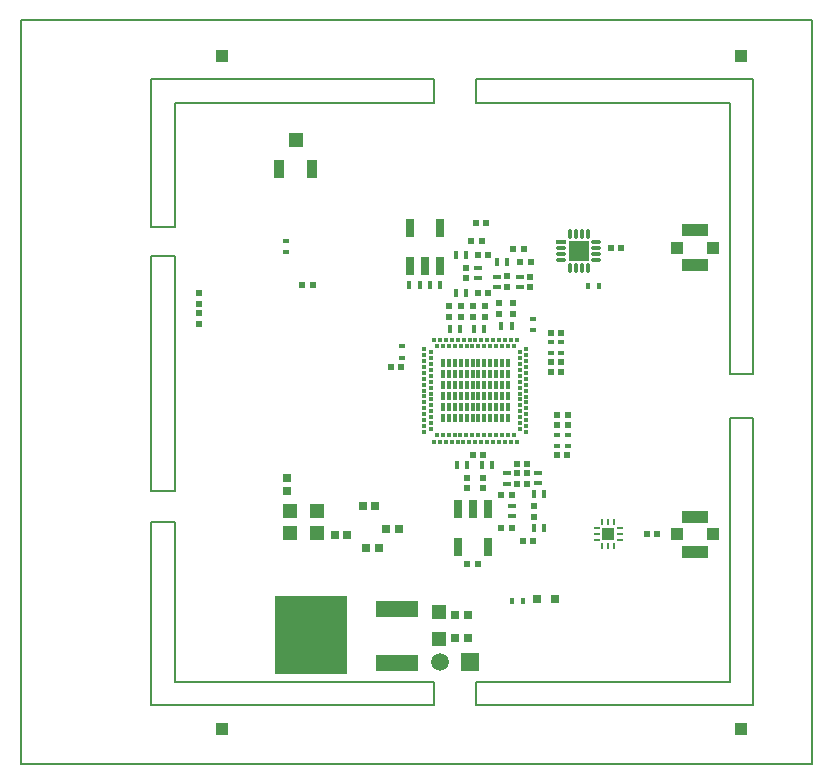
<source format=gtp>
G04 (created by PCBNEW (2013-05-31 BZR 4019)-stable) date 11/04/2014 15:09:40*
%MOIN*%
G04 Gerber Fmt 3.4, Leading zero omitted, Abs format*
%FSLAX34Y34*%
G01*
G70*
G90*
G04 APERTURE LIST*
%ADD10C,0.00590551*%
%ADD11C,0.0077*%
%ADD12R,0.0392X0.0392*%
%ADD13R,0.0472X0.051*%
%ADD14R,0.051X0.0472*%
%ADD15R,0.0195X0.0175*%
%ADD16R,0.0175X0.0195*%
%ADD17R,0.0259X0.014*%
%ADD18R,0.014X0.0259*%
%ADD19R,0.0275X0.0314*%
%ADD20R,0.0314X0.0275*%
%ADD21R,0.0195X0.0195*%
%ADD22R,0.1417X0.055*%
%ADD23R,0.244X0.2598*%
%ADD24R,0.0314X0.0314*%
%ADD25R,0.0597X0.0597*%
%ADD26C,0.0597*%
%ADD27R,0.0299X0.0649*%
%ADD28R,0.0669X0.0669*%
%ADD29O,0.0117X0.0335*%
%ADD30O,0.0122X0.0335*%
%ADD31O,0.0118X0.0335*%
%ADD32O,0.0335X0.0118*%
%ADD33R,0.0335X0.0118*%
%ADD34O,0.0335X0.0122*%
%ADD35R,0.00984252X0.0216535*%
%ADD36R,0.0216535X0.00984252*%
%ADD37R,0.0433071X0.0433071*%
%ADD38R,0.0117X0.0275*%
%ADD39R,0.0117X0.0117*%
%ADD40R,0.0117X0.0177*%
%ADD41R,0.0177X0.0117*%
%ADD42R,0.0511811X0.0511811*%
%ADD43R,0.0354331X0.0629921*%
%ADD44R,0.0393701X0.0393701*%
%ADD45R,0.0866142X0.0413386*%
G04 APERTURE END LIST*
G54D10*
G54D11*
X42606Y-52483D02*
X42606Y-27680D01*
X68983Y-52483D02*
X42606Y-52483D01*
X68983Y-27680D02*
X68983Y-52483D01*
X42606Y-27680D02*
X68983Y-27680D01*
X66228Y-30437D02*
X66228Y-39492D01*
X57764Y-30437D02*
X66228Y-30437D01*
X57764Y-29650D02*
X57764Y-30437D01*
X67016Y-29650D02*
X57764Y-29650D01*
X67016Y-39492D02*
X67016Y-29650D01*
X66228Y-39492D02*
X67016Y-39492D01*
X57764Y-50515D02*
X57764Y-49728D01*
X67016Y-50515D02*
X57764Y-50515D01*
X67016Y-40948D02*
X67016Y-50515D01*
X66228Y-40948D02*
X67016Y-40948D01*
X66228Y-49728D02*
X66228Y-40948D01*
X57764Y-49728D02*
X66228Y-49728D01*
X46936Y-50515D02*
X46936Y-44413D01*
X56386Y-50515D02*
X46936Y-50515D01*
X56386Y-49728D02*
X56386Y-50515D01*
X47724Y-49728D02*
X56386Y-49728D01*
X47724Y-44413D02*
X47724Y-49728D01*
X46936Y-44413D02*
X47724Y-44413D01*
X46936Y-43390D02*
X46936Y-35555D01*
X47724Y-43390D02*
X46936Y-43390D01*
X47724Y-35555D02*
X47724Y-43390D01*
X46936Y-35555D02*
X47724Y-35555D01*
X47724Y-30437D02*
X47724Y-34570D01*
X46936Y-34570D02*
X47724Y-34570D01*
X46936Y-29648D02*
X46936Y-34570D01*
X46936Y-29648D02*
X56384Y-29648D01*
X56384Y-29648D02*
X56384Y-30437D01*
X47724Y-30437D02*
X56384Y-30437D01*
G54D12*
X49299Y-51303D03*
X49299Y-51303D03*
X66622Y-51303D03*
X66622Y-51303D03*
X66621Y-28862D03*
X66621Y-28862D03*
G54D13*
X56532Y-48310D03*
X56532Y-47406D03*
G54D14*
X51568Y-44036D03*
X52472Y-44036D03*
X51568Y-44772D03*
X52472Y-44772D03*
G54D15*
X51445Y-35036D03*
X51445Y-35406D03*
G54D16*
X61870Y-36559D03*
X61500Y-36559D03*
G54D15*
X60461Y-41890D03*
X60461Y-41520D03*
X55299Y-38559D03*
X55299Y-38929D03*
X60827Y-41504D03*
X60827Y-41874D03*
X60618Y-38784D03*
X60618Y-38414D03*
X60264Y-38402D03*
X60264Y-38772D03*
X59665Y-38024D03*
X59665Y-37654D03*
G54D17*
X58799Y-43133D03*
X58799Y-42793D03*
X57825Y-35952D03*
X57825Y-36292D03*
X59843Y-43123D03*
X59843Y-42783D03*
G54D18*
X58800Y-35740D03*
X58460Y-35740D03*
X57442Y-36787D03*
X57102Y-36787D03*
G54D17*
X58472Y-36568D03*
X58472Y-36228D03*
G54D18*
X57434Y-35512D03*
X57094Y-35512D03*
X58957Y-37870D03*
X58617Y-37870D03*
G54D17*
X59252Y-36247D03*
X59252Y-36587D03*
G54D18*
X58296Y-42520D03*
X57956Y-42520D03*
X57123Y-42500D03*
X57463Y-42500D03*
X59692Y-44606D03*
X60032Y-44606D03*
G54D17*
X58976Y-44225D03*
X58976Y-43885D03*
G54D18*
X59692Y-43484D03*
X60032Y-43484D03*
X57237Y-37984D03*
X56897Y-37984D03*
X56568Y-36500D03*
X56228Y-36500D03*
X55550Y-36496D03*
X55890Y-36496D03*
X58044Y-37992D03*
X57704Y-37992D03*
G54D19*
X57078Y-47500D03*
X57508Y-47500D03*
X57088Y-48284D03*
X57518Y-48284D03*
X54542Y-45276D03*
X54112Y-45276D03*
G54D20*
X51469Y-43372D03*
X51469Y-42943D03*
G54D19*
X53057Y-44851D03*
X53487Y-44851D03*
X55215Y-44638D03*
X54785Y-44638D03*
X53990Y-43882D03*
X54420Y-43882D03*
G54D21*
X59016Y-35305D03*
X59370Y-35305D03*
X59327Y-45031D03*
X59681Y-45031D03*
X58976Y-44606D03*
X58622Y-44606D03*
X59693Y-43878D03*
X59693Y-44232D03*
X58976Y-43504D03*
X58622Y-43504D03*
X59124Y-42776D03*
X59124Y-43130D03*
X59488Y-42776D03*
X59488Y-43130D03*
X59130Y-42477D03*
X59484Y-42477D03*
X59577Y-36584D03*
X59577Y-36230D03*
X57469Y-45799D03*
X57823Y-45799D03*
X57622Y-35059D03*
X57976Y-35059D03*
X58004Y-42933D03*
X58004Y-43287D03*
X57461Y-42933D03*
X57461Y-43287D03*
X57667Y-42165D03*
X58021Y-42165D03*
X59012Y-37480D03*
X59012Y-37126D03*
X59248Y-35744D03*
X59602Y-35744D03*
X58799Y-36575D03*
X58799Y-36221D03*
X57441Y-36289D03*
X57441Y-35935D03*
X51976Y-36496D03*
X52330Y-36496D03*
X57825Y-35522D03*
X58179Y-35522D03*
X58071Y-37579D03*
X58071Y-37225D03*
X57677Y-37579D03*
X57677Y-37225D03*
X57260Y-37575D03*
X57260Y-37221D03*
X57825Y-36781D03*
X58179Y-36781D03*
X57764Y-34433D03*
X58118Y-34433D03*
X56874Y-37567D03*
X56874Y-37213D03*
X58547Y-37480D03*
X58547Y-37126D03*
X62260Y-35279D03*
X62614Y-35279D03*
X48532Y-37130D03*
X48532Y-36776D03*
X48532Y-37457D03*
X48532Y-37811D03*
X60264Y-38110D03*
X60618Y-38110D03*
X60268Y-39083D03*
X60622Y-39083D03*
X60264Y-39406D03*
X60618Y-39406D03*
X60473Y-40831D03*
X60827Y-40831D03*
X60461Y-42173D03*
X60815Y-42173D03*
X55283Y-39252D03*
X54929Y-39252D03*
X60481Y-41173D03*
X60835Y-41173D03*
G54D22*
X55145Y-49107D03*
G54D23*
X52271Y-48173D03*
G54D22*
X55145Y-47309D03*
G54D16*
X59347Y-47051D03*
X58977Y-47051D03*
G54D24*
X60421Y-46992D03*
X59791Y-46992D03*
G54D12*
X49299Y-28862D03*
X49299Y-28862D03*
G54D25*
X57576Y-49079D03*
G54D26*
X56576Y-49079D03*
G54D27*
X57164Y-43981D03*
X57664Y-43981D03*
X58164Y-43981D03*
X58164Y-45232D03*
X57164Y-45232D03*
G54D28*
X61200Y-35379D03*
G54D29*
X61298Y-34799D03*
G54D30*
X61102Y-34799D03*
G54D29*
X60905Y-34799D03*
G54D30*
X61495Y-34799D03*
X61102Y-35959D03*
G54D31*
X60905Y-35960D03*
X61298Y-35960D03*
X61495Y-35960D03*
G54D32*
X60619Y-35281D03*
G54D33*
X60619Y-35084D03*
G54D32*
X60619Y-35477D03*
X60619Y-35674D03*
G54D34*
X61780Y-35281D03*
G54D32*
X61781Y-35084D03*
X61781Y-35477D03*
X61781Y-35674D03*
G54D27*
X56579Y-35874D03*
X56079Y-35874D03*
X55579Y-35874D03*
X55579Y-34623D03*
X56579Y-34623D03*
G54D35*
X62185Y-45208D03*
X61988Y-45208D03*
X62381Y-45208D03*
X62381Y-44421D03*
X62185Y-44421D03*
X61988Y-44421D03*
G54D36*
X61791Y-45011D03*
X61791Y-44814D03*
X61791Y-44618D03*
X62578Y-44814D03*
X62578Y-44618D03*
X62578Y-45011D03*
G54D37*
X62185Y-44814D03*
G54D21*
X63464Y-44814D03*
X63818Y-44814D03*
G54D38*
X58242Y-40948D03*
X58242Y-40580D03*
X58242Y-40216D03*
X58242Y-39845D03*
X58242Y-39480D03*
X58242Y-39113D03*
X58437Y-39113D03*
X58439Y-39480D03*
X58439Y-39845D03*
X58439Y-40216D03*
X58439Y-40580D03*
X58439Y-40948D03*
X58827Y-40948D03*
X58827Y-40580D03*
X58827Y-40216D03*
X58827Y-39845D03*
X58827Y-39480D03*
X58827Y-39113D03*
X58630Y-39113D03*
X58630Y-39480D03*
X58630Y-39845D03*
X58630Y-40216D03*
X58630Y-40580D03*
X58630Y-40948D03*
X57462Y-40948D03*
X57462Y-40580D03*
X57462Y-40216D03*
X57462Y-39845D03*
X57462Y-39480D03*
X57462Y-39113D03*
X57657Y-39113D03*
X57659Y-39480D03*
X57659Y-39845D03*
X57659Y-40216D03*
X57659Y-40580D03*
X57659Y-40948D03*
X58047Y-40948D03*
X58047Y-40580D03*
X58047Y-40216D03*
X58047Y-39845D03*
X58047Y-39480D03*
X58047Y-39113D03*
X57850Y-39113D03*
X57850Y-39480D03*
X57850Y-39845D03*
X57850Y-40216D03*
X57850Y-40580D03*
X57850Y-40948D03*
X57067Y-40948D03*
X57067Y-40580D03*
X57067Y-40216D03*
X57067Y-39845D03*
X57067Y-39480D03*
X57067Y-39113D03*
X57264Y-39113D03*
X57265Y-39480D03*
X57265Y-39845D03*
X57265Y-40216D03*
X57265Y-40580D03*
X57265Y-40948D03*
X56875Y-40948D03*
X56875Y-40580D03*
X56875Y-40216D03*
X56875Y-39845D03*
X56875Y-39480D03*
X56875Y-39113D03*
G54D39*
X58836Y-38554D03*
X59033Y-38554D03*
X58638Y-38554D03*
X58441Y-38554D03*
X58245Y-38554D03*
X58048Y-38554D03*
X57851Y-38554D03*
X57655Y-38554D03*
X57458Y-38554D03*
X57260Y-38554D03*
X57063Y-38554D03*
X56866Y-38554D03*
X56671Y-38554D03*
G54D40*
X59130Y-38330D03*
X58933Y-38330D03*
X58738Y-38330D03*
X58541Y-38330D03*
X58343Y-38330D03*
X58146Y-38330D03*
X57950Y-38330D03*
X57753Y-38330D03*
X57556Y-38330D03*
X57360Y-38330D03*
X57163Y-38330D03*
X56966Y-38330D03*
X56768Y-38330D03*
X56571Y-38330D03*
G54D39*
X56473Y-38554D03*
G54D41*
X59453Y-38653D03*
G54D39*
X59228Y-38753D03*
G54D41*
X59453Y-38852D03*
X59453Y-39048D03*
X59453Y-39245D03*
X59453Y-39442D03*
X59453Y-39638D03*
X59451Y-39835D03*
X59453Y-40032D03*
X59453Y-40228D03*
X59453Y-40427D03*
X59453Y-40622D03*
X59453Y-40820D03*
X59453Y-41017D03*
X59453Y-41212D03*
X59453Y-41400D03*
G54D39*
X59228Y-38950D03*
X59228Y-39145D03*
X59228Y-39343D03*
X59228Y-39540D03*
X59228Y-39737D03*
X59228Y-39933D03*
X59228Y-40132D03*
X59228Y-40327D03*
X59228Y-40523D03*
X59228Y-40722D03*
X59228Y-40918D03*
X59228Y-41312D03*
X59228Y-41115D03*
X58830Y-41505D03*
X59026Y-41505D03*
X58633Y-41505D03*
X58436Y-41505D03*
X58238Y-41505D03*
X58043Y-41505D03*
X57846Y-41505D03*
X57648Y-41505D03*
X57451Y-41505D03*
X57255Y-41505D03*
X57058Y-41505D03*
X56860Y-41505D03*
X56665Y-41505D03*
G54D40*
X59123Y-41730D03*
X58926Y-41730D03*
X58731Y-41730D03*
X58535Y-41730D03*
X58338Y-41730D03*
X58141Y-41730D03*
X57943Y-41730D03*
X57746Y-41730D03*
X57550Y-41729D03*
X57353Y-41730D03*
X57156Y-41730D03*
X56960Y-41730D03*
X56763Y-41730D03*
X56566Y-41730D03*
G54D39*
X56468Y-41505D03*
G54D40*
X56368Y-41730D03*
X56374Y-38330D03*
G54D41*
X56051Y-38652D03*
G54D39*
X56276Y-38751D03*
G54D41*
X56051Y-38849D03*
X56051Y-39046D03*
X56051Y-39243D03*
X56051Y-39440D03*
X56051Y-39637D03*
X56051Y-39833D03*
X56051Y-40030D03*
X56051Y-40227D03*
X56051Y-40424D03*
X56051Y-40621D03*
X56051Y-40818D03*
X56051Y-41015D03*
X56051Y-41210D03*
X56051Y-41407D03*
G54D39*
X56276Y-38948D03*
X56276Y-39144D03*
X56276Y-39341D03*
X56276Y-39538D03*
X56276Y-39735D03*
X56276Y-39932D03*
X56276Y-40129D03*
X56276Y-40326D03*
X56276Y-40522D03*
X56276Y-40719D03*
X56276Y-40916D03*
X56276Y-41310D03*
X56276Y-41113D03*
G54D38*
X56679Y-39113D03*
X56679Y-39480D03*
X56679Y-39845D03*
X56679Y-40216D03*
X56679Y-40580D03*
X56679Y-40948D03*
G54D42*
X51771Y-31677D03*
G54D43*
X51222Y-32637D03*
X52320Y-32637D03*
G54D44*
X65669Y-35267D03*
X64488Y-35267D03*
G54D45*
X65078Y-35848D03*
X65078Y-34687D03*
G54D44*
X65665Y-44814D03*
X64484Y-44814D03*
G54D45*
X65074Y-45395D03*
X65074Y-44234D03*
M02*

</source>
